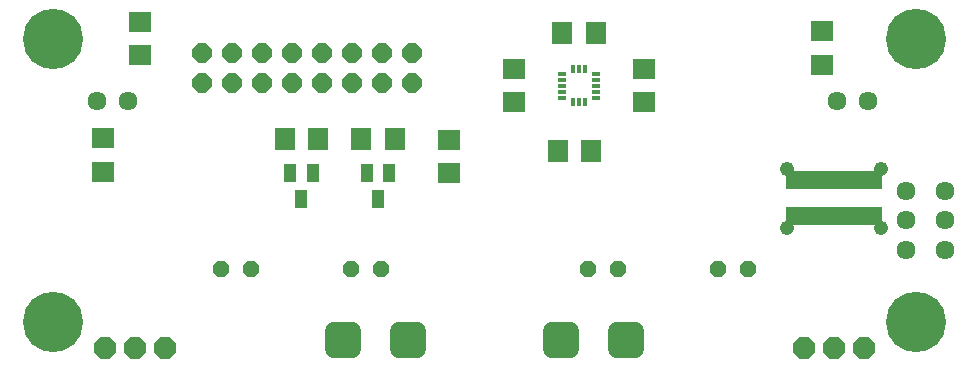
<source format=gbs>
G75*
%MOIN*%
%OFA0B0*%
%FSLAX24Y24*%
%IPPOS*%
%LPD*%
%AMOC8*
5,1,8,0,0,1.08239X$1,22.5*
%
%ADD10R,0.0750X0.0670*%
%ADD11C,0.0634*%
%ADD12OC8,0.0560*%
%ADD13C,0.0611*%
%ADD14R,0.3190X0.0631*%
%ADD15C,0.0476*%
%ADD16R,0.0316X0.0158*%
%ADD17R,0.0158X0.0316*%
%ADD18R,0.0749X0.0670*%
%ADD19R,0.0670X0.0749*%
%ADD20R,0.0434X0.0591*%
%ADD21R,0.0670X0.0750*%
%ADD22C,0.2009*%
%ADD23OC8,0.0640*%
%ADD24OC8,0.0749*%
D10*
X014989Y007305D03*
X014989Y008424D03*
X004674Y011242D03*
X004674Y012361D03*
X003438Y008487D03*
X003438Y007368D03*
X027418Y010923D03*
X027418Y012043D03*
D11*
X027918Y009719D03*
X028942Y009719D03*
X030206Y006723D03*
X031505Y006723D03*
X031505Y005739D03*
X030205Y005739D03*
X030206Y004754D03*
X031505Y004754D03*
X004276Y009719D03*
X003253Y009719D03*
D12*
X007402Y004124D03*
X008402Y004124D03*
X011733Y004124D03*
X012733Y004124D03*
X019607Y004124D03*
X020607Y004124D03*
X023938Y004124D03*
X024938Y004124D03*
D13*
X021199Y002067D02*
X021199Y001457D01*
X020589Y001457D01*
X020589Y002067D01*
X021199Y002067D01*
X020589Y002067D01*
X019034Y002067D02*
X019034Y001457D01*
X018424Y001457D01*
X018424Y002067D01*
X019034Y002067D01*
X018424Y002067D01*
X013916Y002067D02*
X013916Y001457D01*
X013306Y001457D01*
X013306Y002067D01*
X013916Y002067D01*
X013306Y002067D01*
X011751Y002067D02*
X011751Y001457D01*
X011141Y001457D01*
X011141Y002067D01*
X011751Y002067D01*
X011141Y002067D01*
D14*
X027824Y005896D03*
X027824Y007077D03*
D15*
X029398Y007471D03*
X026249Y007471D03*
X026249Y005502D03*
X029398Y005502D03*
D16*
X019871Y009833D03*
X019871Y010030D03*
X019871Y010227D03*
X019871Y010424D03*
X019871Y010621D03*
X018769Y010621D03*
X018769Y010424D03*
X018769Y010227D03*
X018769Y010030D03*
X018769Y009833D03*
D17*
X019123Y009676D03*
X019320Y009676D03*
X019517Y009676D03*
X019517Y010778D03*
X019320Y010778D03*
X019123Y010778D03*
D18*
X017154Y010778D03*
X017154Y009676D03*
X021485Y009676D03*
X021485Y010778D03*
D19*
X019871Y011998D03*
X018769Y011998D03*
X018611Y008061D03*
X019713Y008061D03*
D20*
X013001Y007313D03*
X012253Y007313D03*
X010442Y007313D03*
X009694Y007313D03*
X010068Y006447D03*
X012627Y006447D03*
D21*
X013187Y008455D03*
X012067Y008455D03*
X010628Y008455D03*
X009508Y008455D03*
D22*
X001800Y011802D03*
X001800Y002353D03*
X030540Y002353D03*
X030540Y011802D03*
D23*
X013765Y011317D03*
X012765Y011317D03*
X011765Y011317D03*
X010765Y011317D03*
X009765Y011317D03*
X008765Y011317D03*
X007765Y011317D03*
X006765Y011317D03*
X006765Y010317D03*
X007765Y010317D03*
X008765Y010317D03*
X009765Y010317D03*
X010765Y010317D03*
X011765Y010317D03*
X012765Y010317D03*
X013765Y010317D03*
D24*
X003517Y001487D03*
X004517Y001487D03*
X005517Y001487D03*
X026824Y001487D03*
X027824Y001487D03*
X028824Y001487D03*
M02*

</source>
